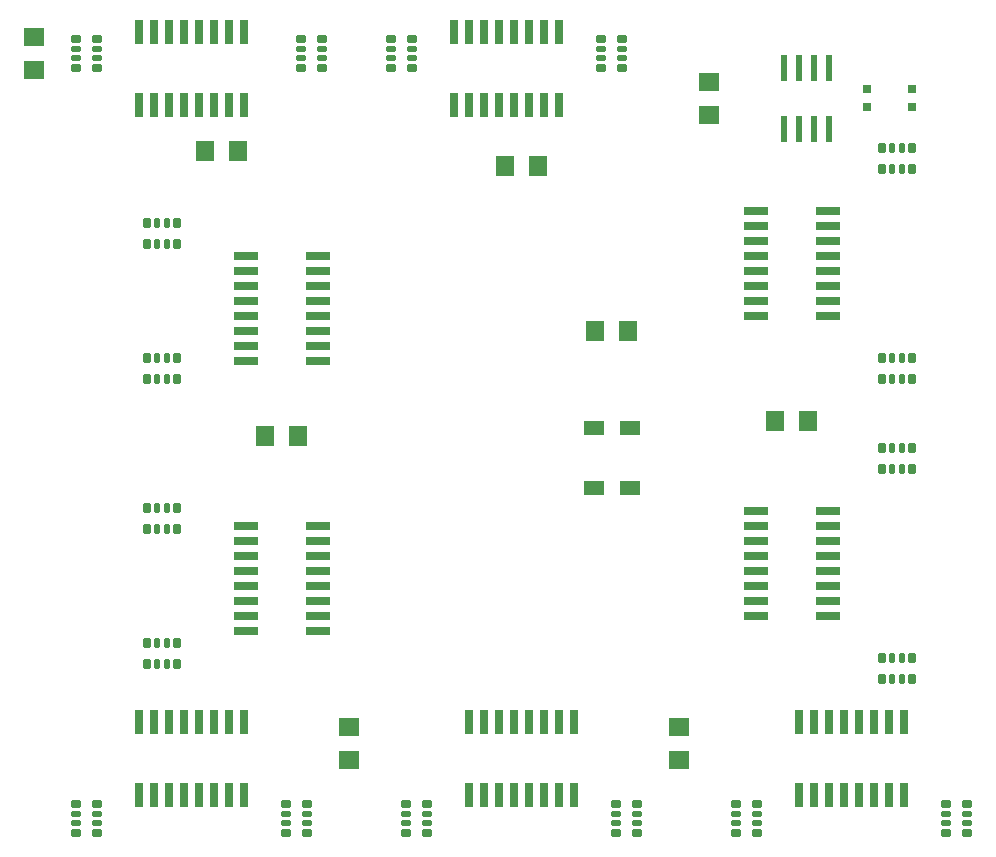
<source format=gbr>
%TF.GenerationSoftware,KiCad,Pcbnew,(6.0.9)*%
%TF.CreationDate,2023-02-21T16:03:54-05:00*%
%TF.ProjectId,CMRI_SMD_72IN_Nano_v1,434d5249-5f53-44d4-945f-3732494e5f4e,rev?*%
%TF.SameCoordinates,Original*%
%TF.FileFunction,Paste,Top*%
%TF.FilePolarity,Positive*%
%FSLAX46Y46*%
G04 Gerber Fmt 4.6, Leading zero omitted, Abs format (unit mm)*
G04 Created by KiCad (PCBNEW (6.0.9)) date 2023-02-21 16:03:54*
%MOMM*%
%LPD*%
G01*
G04 APERTURE LIST*
G04 Aperture macros list*
%AMRoundRect*
0 Rectangle with rounded corners*
0 $1 Rounding radius*
0 $2 $3 $4 $5 $6 $7 $8 $9 X,Y pos of 4 corners*
0 Add a 4 corners polygon primitive as box body*
4,1,4,$2,$3,$4,$5,$6,$7,$8,$9,$2,$3,0*
0 Add four circle primitives for the rounded corners*
1,1,$1+$1,$2,$3*
1,1,$1+$1,$4,$5*
1,1,$1+$1,$6,$7*
1,1,$1+$1,$8,$9*
0 Add four rect primitives between the rounded corners*
20,1,$1+$1,$2,$3,$4,$5,0*
20,1,$1+$1,$4,$5,$6,$7,0*
20,1,$1+$1,$6,$7,$8,$9,0*
20,1,$1+$1,$8,$9,$2,$3,0*%
G04 Aperture macros list end*
%ADD10R,1.800000X1.200000*%
%ADD11R,2.032000X0.660400*%
%ADD12RoundRect,0.152500X-0.297500X-0.152500X0.297500X-0.152500X0.297500X0.152500X-0.297500X0.152500X0*%
%ADD13RoundRect,0.132500X-0.317500X-0.132500X0.317500X-0.132500X0.317500X0.132500X-0.317500X0.132500X0*%
%ADD14RoundRect,0.152500X0.297500X0.152500X-0.297500X0.152500X-0.297500X-0.152500X0.297500X-0.152500X0*%
%ADD15RoundRect,0.132500X0.317500X0.132500X-0.317500X0.132500X-0.317500X-0.132500X0.317500X-0.132500X0*%
%ADD16R,0.600000X2.200000*%
%ADD17RoundRect,0.152500X-0.152500X0.297500X-0.152500X-0.297500X0.152500X-0.297500X0.152500X0.297500X0*%
%ADD18RoundRect,0.132500X-0.132500X0.317500X-0.132500X-0.317500X0.132500X-0.317500X0.132500X0.317500X0*%
%ADD19RoundRect,0.152500X0.152500X-0.297500X0.152500X0.297500X-0.152500X0.297500X-0.152500X-0.297500X0*%
%ADD20RoundRect,0.132500X0.132500X-0.317500X0.132500X0.317500X-0.132500X0.317500X-0.132500X-0.317500X0*%
%ADD21R,1.600000X1.800000*%
%ADD22R,1.800000X1.600000*%
%ADD23R,0.660400X2.032000*%
%ADD24R,0.800000X0.800000*%
G04 APERTURE END LIST*
D10*
%TO.C,R20*%
X157264600Y-104676100D03*
X154266600Y-104676100D03*
%TD*%
D11*
%TO.C,IC7*%
X174079000Y-120551100D03*
X174079000Y-119281100D03*
X174079000Y-118011100D03*
X174079000Y-116741100D03*
X174079000Y-115471100D03*
X174079000Y-114201100D03*
X174079000Y-112931100D03*
X174079000Y-111661100D03*
X167932200Y-111661100D03*
X167932200Y-112931100D03*
X167932200Y-114201100D03*
X167932200Y-115471100D03*
X167932200Y-116741100D03*
X167932200Y-118011100D03*
X167932200Y-119281100D03*
X167932200Y-120551100D03*
%TD*%
D12*
%TO.C,R13*%
X184090600Y-136456100D03*
D13*
X184090600Y-137296100D03*
X184090600Y-138096100D03*
D12*
X184090600Y-138936100D03*
D14*
X185860600Y-138936100D03*
D15*
X185860600Y-138096100D03*
X185860600Y-137296100D03*
D14*
X185860600Y-136456100D03*
%TD*%
D16*
%TO.C,IC11*%
X170370600Y-79336100D03*
X171640600Y-79336100D03*
X172910600Y-79336100D03*
X174180600Y-79336100D03*
X174180600Y-74136100D03*
X172910600Y-74136100D03*
X171640600Y-74136100D03*
X170370600Y-74136100D03*
%TD*%
D17*
%TO.C,R2*%
X118905600Y-111411100D03*
D18*
X118065600Y-111411100D03*
X117265600Y-111411100D03*
D17*
X116425600Y-111411100D03*
D19*
X116425600Y-113181100D03*
D20*
X117265600Y-113181100D03*
X118065600Y-113181100D03*
D19*
X118905600Y-113181100D03*
%TD*%
D17*
%TO.C,R4*%
X118905600Y-87281100D03*
D18*
X118065600Y-87281100D03*
X117265600Y-87281100D03*
D17*
X116425600Y-87281100D03*
D19*
X116425600Y-89051100D03*
D20*
X117265600Y-89051100D03*
X118065600Y-89051100D03*
D19*
X118905600Y-89051100D03*
%TD*%
D21*
%TO.C,C9*%
X172405600Y-104041100D03*
X169605600Y-104041100D03*
%TD*%
D11*
%TO.C,IC2*%
X124752200Y-90071100D03*
X124752200Y-91341100D03*
X124752200Y-92611100D03*
X124752200Y-93881100D03*
X124752200Y-95151100D03*
X124752200Y-96421100D03*
X124752200Y-97691100D03*
X124752200Y-98961100D03*
X130899000Y-98961100D03*
X130899000Y-97691100D03*
X130899000Y-96421100D03*
X130899000Y-95151100D03*
X130899000Y-93881100D03*
X130899000Y-92611100D03*
X130899000Y-91341100D03*
X130899000Y-90071100D03*
%TD*%
D12*
%TO.C,R6*%
X129480600Y-71686100D03*
D13*
X129480600Y-72526100D03*
X129480600Y-73326100D03*
D12*
X129480600Y-74166100D03*
D14*
X131250600Y-74166100D03*
D15*
X131250600Y-73326100D03*
X131250600Y-72526100D03*
D14*
X131250600Y-71686100D03*
%TD*%
D22*
%TO.C,C5*%
X106870600Y-74326100D03*
X106870600Y-71526100D03*
%TD*%
D17*
%TO.C,R1*%
X118905600Y-122841100D03*
D18*
X118065600Y-122841100D03*
X117265600Y-122841100D03*
D17*
X116425600Y-122841100D03*
D19*
X116425600Y-124611100D03*
D20*
X117265600Y-124611100D03*
X118065600Y-124611100D03*
D19*
X118905600Y-124611100D03*
%TD*%
D17*
%TO.C,R3*%
X118905600Y-98711100D03*
D18*
X118065600Y-98711100D03*
X117265600Y-98711100D03*
D17*
X116425600Y-98711100D03*
D19*
X116425600Y-100481100D03*
D20*
X117265600Y-100481100D03*
X118065600Y-100481100D03*
D19*
X118905600Y-100481100D03*
%TD*%
D22*
%TO.C,C2*%
X161480600Y-132746100D03*
X161480600Y-129946100D03*
%TD*%
D21*
%TO.C,C4*%
X157165600Y-96421100D03*
X154365600Y-96421100D03*
%TD*%
%TO.C,C3*%
X126425600Y-105311100D03*
X129225600Y-105311100D03*
%TD*%
D19*
%TO.C,R12*%
X178655600Y-125881100D03*
D20*
X179495600Y-125881100D03*
X180295600Y-125881100D03*
D19*
X181135600Y-125881100D03*
D17*
X181135600Y-124111100D03*
D18*
X180295600Y-124111100D03*
X179495600Y-124111100D03*
D17*
X178655600Y-124111100D03*
%TD*%
D19*
%TO.C,R9*%
X178655600Y-82701100D03*
D20*
X179495600Y-82701100D03*
X180295600Y-82701100D03*
D19*
X181135600Y-82701100D03*
D17*
X181135600Y-80931100D03*
D18*
X180295600Y-80931100D03*
X179495600Y-80931100D03*
D17*
X178655600Y-80931100D03*
%TD*%
D21*
%TO.C,C7*%
X121345600Y-81181100D03*
X124145600Y-81181100D03*
%TD*%
D12*
%TO.C,R5*%
X110430600Y-71686100D03*
D13*
X110430600Y-72526100D03*
X110430600Y-73326100D03*
D12*
X110430600Y-74166100D03*
D14*
X112200600Y-74166100D03*
D15*
X112200600Y-73326100D03*
X112200600Y-72526100D03*
D14*
X112200600Y-71686100D03*
%TD*%
D12*
%TO.C,R18*%
X110430600Y-136456100D03*
D13*
X110430600Y-137296100D03*
X110430600Y-138096100D03*
D12*
X110430600Y-138936100D03*
D14*
X112200600Y-138936100D03*
D15*
X112200600Y-138096100D03*
X112200600Y-137296100D03*
D14*
X112200600Y-136456100D03*
%TD*%
D22*
%TO.C,C8*%
X164020600Y-78136100D03*
X164020600Y-75336100D03*
%TD*%
D11*
%TO.C,IC1*%
X124752200Y-112931100D03*
X124752200Y-114201100D03*
X124752200Y-115471100D03*
X124752200Y-116741100D03*
X124752200Y-118011100D03*
X124752200Y-119281100D03*
X124752200Y-120551100D03*
X124752200Y-121821100D03*
X130899000Y-121821100D03*
X130899000Y-120551100D03*
X130899000Y-119281100D03*
X130899000Y-118011100D03*
X130899000Y-116741100D03*
X130899000Y-115471100D03*
X130899000Y-114201100D03*
X130899000Y-112931100D03*
%TD*%
D23*
%TO.C,IC9*%
X143700600Y-135689500D03*
X144970600Y-135689500D03*
X146240600Y-135689500D03*
X147510600Y-135689500D03*
X148780600Y-135689500D03*
X150050600Y-135689500D03*
X151320600Y-135689500D03*
X152590600Y-135689500D03*
X152590600Y-129542700D03*
X151320600Y-129542700D03*
X150050600Y-129542700D03*
X148780600Y-129542700D03*
X147510600Y-129542700D03*
X146240600Y-129542700D03*
X144970600Y-129542700D03*
X143700600Y-129542700D03*
%TD*%
D24*
%TO.C,L2*%
X177355600Y-77486100D03*
X177355600Y-75986100D03*
%TD*%
D19*
%TO.C,R10*%
X178655600Y-100481100D03*
D20*
X179495600Y-100481100D03*
X180295600Y-100481100D03*
D19*
X181135600Y-100481100D03*
D17*
X181135600Y-98711100D03*
D18*
X180295600Y-98711100D03*
X179495600Y-98711100D03*
D17*
X178655600Y-98711100D03*
%TD*%
D10*
%TO.C,R19*%
X157264600Y-109756100D03*
X154266600Y-109756100D03*
%TD*%
D23*
%TO.C,IC3*%
X115760600Y-77269500D03*
X117030600Y-77269500D03*
X118300600Y-77269500D03*
X119570600Y-77269500D03*
X120840600Y-77269500D03*
X122110600Y-77269500D03*
X123380600Y-77269500D03*
X124650600Y-77269500D03*
X124650600Y-71122700D03*
X123380600Y-71122700D03*
X122110600Y-71122700D03*
X120840600Y-71122700D03*
X119570600Y-71122700D03*
X118300600Y-71122700D03*
X117030600Y-71122700D03*
X115760600Y-71122700D03*
%TD*%
D24*
%TO.C,L1*%
X181165600Y-77486100D03*
X181165600Y-75986100D03*
%TD*%
D14*
%TO.C,R7*%
X156650600Y-74166100D03*
D15*
X156650600Y-73326100D03*
X156650600Y-72526100D03*
D14*
X156650600Y-71686100D03*
D12*
X154880600Y-71686100D03*
D13*
X154880600Y-72526100D03*
X154880600Y-73326100D03*
D12*
X154880600Y-74166100D03*
%TD*%
%TO.C,R15*%
X156150600Y-136456100D03*
D13*
X156150600Y-137296100D03*
X156150600Y-138096100D03*
D12*
X156150600Y-138936100D03*
D14*
X157920600Y-138936100D03*
D15*
X157920600Y-138096100D03*
X157920600Y-137296100D03*
D14*
X157920600Y-136456100D03*
%TD*%
D21*
%TO.C,C6*%
X146745600Y-82451100D03*
X149545600Y-82451100D03*
%TD*%
D23*
%TO.C,IC10*%
X115760600Y-135689500D03*
X117030600Y-135689500D03*
X118300600Y-135689500D03*
X119570600Y-135689500D03*
X120840600Y-135689500D03*
X122110600Y-135689500D03*
X123380600Y-135689500D03*
X124650600Y-135689500D03*
X124650600Y-129542700D03*
X123380600Y-129542700D03*
X122110600Y-129542700D03*
X120840600Y-129542700D03*
X119570600Y-129542700D03*
X118300600Y-129542700D03*
X117030600Y-129542700D03*
X115760600Y-129542700D03*
%TD*%
D22*
%TO.C,C1*%
X133540600Y-132746100D03*
X133540600Y-129946100D03*
%TD*%
D23*
%TO.C,IC4*%
X142430600Y-77269500D03*
X143700600Y-77269500D03*
X144970600Y-77269500D03*
X146240600Y-77269500D03*
X147510600Y-77269500D03*
X148780600Y-77269500D03*
X150050600Y-77269500D03*
X151320600Y-77269500D03*
X151320600Y-71122700D03*
X150050600Y-71122700D03*
X148780600Y-71122700D03*
X147510600Y-71122700D03*
X146240600Y-71122700D03*
X144970600Y-71122700D03*
X143700600Y-71122700D03*
X142430600Y-71122700D03*
%TD*%
D12*
%TO.C,R8*%
X137100600Y-71686100D03*
D13*
X137100600Y-72526100D03*
X137100600Y-73326100D03*
D12*
X137100600Y-74166100D03*
D14*
X138870600Y-74166100D03*
D15*
X138870600Y-73326100D03*
X138870600Y-72526100D03*
D14*
X138870600Y-71686100D03*
%TD*%
D23*
%TO.C,IC8*%
X171640600Y-135689500D03*
X172910600Y-135689500D03*
X174180600Y-135689500D03*
X175450600Y-135689500D03*
X176720600Y-135689500D03*
X177990600Y-135689500D03*
X179260600Y-135689500D03*
X180530600Y-135689500D03*
X180530600Y-129542700D03*
X179260600Y-129542700D03*
X177990600Y-129542700D03*
X176720600Y-129542700D03*
X175450600Y-129542700D03*
X174180600Y-129542700D03*
X172910600Y-129542700D03*
X171640600Y-129542700D03*
%TD*%
D12*
%TO.C,R16*%
X138370600Y-136456100D03*
D13*
X138370600Y-137296100D03*
X138370600Y-138096100D03*
D12*
X138370600Y-138936100D03*
D14*
X140140600Y-138936100D03*
D15*
X140140600Y-138096100D03*
X140140600Y-137296100D03*
D14*
X140140600Y-136456100D03*
%TD*%
D12*
%TO.C,R14*%
X166310600Y-136456100D03*
D13*
X166310600Y-137296100D03*
X166310600Y-138096100D03*
D12*
X166310600Y-138936100D03*
D14*
X168080600Y-138936100D03*
D15*
X168080600Y-138096100D03*
X168080600Y-137296100D03*
D14*
X168080600Y-136456100D03*
%TD*%
D19*
%TO.C,R11*%
X178655600Y-108101100D03*
D20*
X179495600Y-108101100D03*
X180295600Y-108101100D03*
D19*
X181135600Y-108101100D03*
D17*
X181135600Y-106331100D03*
D18*
X180295600Y-106331100D03*
X179495600Y-106331100D03*
D17*
X178655600Y-106331100D03*
%TD*%
D11*
%TO.C,IC5*%
X174079000Y-95151100D03*
X174079000Y-93881100D03*
X174079000Y-92611100D03*
X174079000Y-91341100D03*
X174079000Y-90071100D03*
X174079000Y-88801100D03*
X174079000Y-87531100D03*
X174079000Y-86261100D03*
X167932200Y-86261100D03*
X167932200Y-87531100D03*
X167932200Y-88801100D03*
X167932200Y-90071100D03*
X167932200Y-91341100D03*
X167932200Y-92611100D03*
X167932200Y-93881100D03*
X167932200Y-95151100D03*
%TD*%
D12*
%TO.C,R17*%
X128210600Y-136456100D03*
D13*
X128210600Y-137296100D03*
X128210600Y-138096100D03*
D12*
X128210600Y-138936100D03*
D14*
X129980600Y-138936100D03*
D15*
X129980600Y-138096100D03*
X129980600Y-137296100D03*
D14*
X129980600Y-136456100D03*
%TD*%
M02*

</source>
